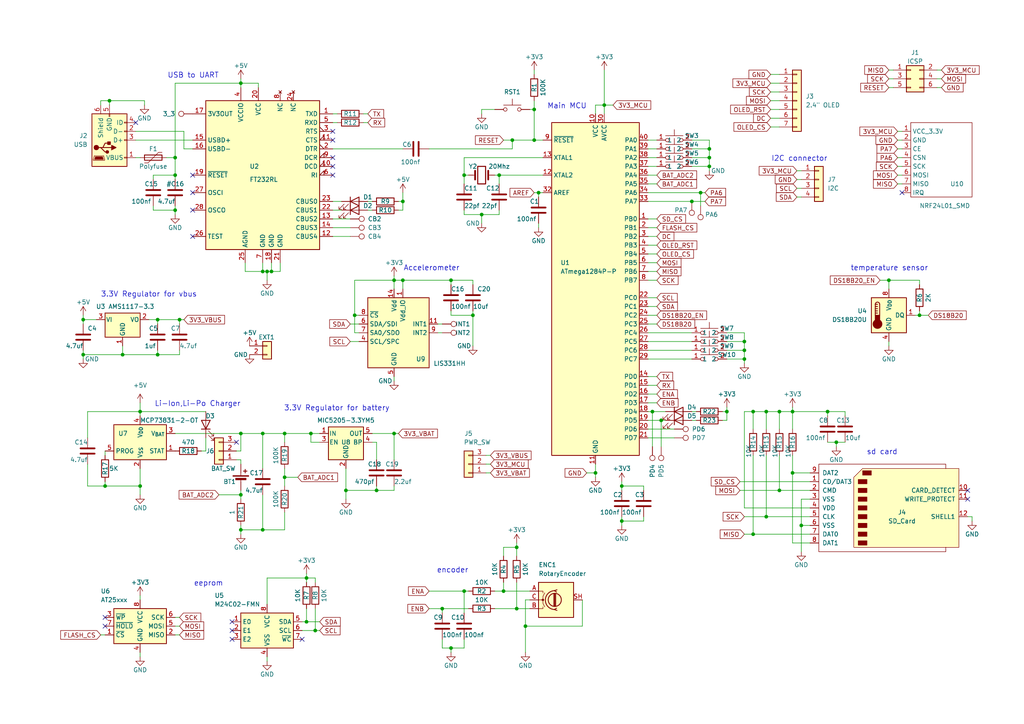
<source format=kicad_sch>
(kicad_sch (version 20230121) (generator eeschema)
  (paper "A4")
  (title_block (title "Ardumate") (date "2023-09-24") (rev "1.0"))
  (junction (at 205.74 48.26))
  (junction (at 35.56 102.87))
  (junction (at 30.48 140.97))
  (junction (at 200.66 58.42))
  (junction (at 148.59 40.64))
  (junction (at 180.34 151.13))
  (junction (at 205.74 45.72))
  (junction (at 102.87 91.44))
  (junction (at 90.17 125.73))
  (junction (at 189.23 119.38))
  (junction (at 149.86 158.75))
  (junction (at 226.06 119.38))
  (junction (at 69.85 24.13))
  (junction (at 52.07 92.71))
  (junction (at 76.2 153.67))
  (junction (at 88.9 180.34))
  (junction (at 40.64 140.97))
  (junction (at 24.13 92.71))
  (junction (at 78.74 78.74))
  (junction (at 226.06 142.24))
  (junction (at 222.25 149.86))
  (junction (at 116.84 81.28))
  (junction (at 175.26 30.48))
  (junction (at 215.9 101.6))
  (junction (at 134.62 50.8))
  (junction (at 69.85 143.51))
  (junction (at 229.87 137.16))
  (junction (at 156.21 55.88))
  (junction (at 116.84 58.42))
  (junction (at 172.72 137.16))
  (junction (at 146.05 171.45))
  (junction (at 88.9 167.64))
  (junction (at 50.8 60.96))
  (junction (at 154.94 40.64))
  (junction (at 45.72 92.71))
  (junction (at 191.77 121.92))
  (junction (at 50.8 45.72))
  (junction (at 210.82 119.38))
  (junction (at 50.8 50.8))
  (junction (at 152.4 181.61))
  (junction (at 76.2 125.73))
  (junction (at 69.85 153.67))
  (junction (at 205.74 43.18))
  (junction (at 149.86 176.53))
  (junction (at 266.7 91.44))
  (junction (at 130.81 187.96))
  (junction (at 154.94 31.75))
  (junction (at 76.2 78.74))
  (junction (at 257.81 81.28))
  (junction (at 242.57 128.27))
  (junction (at 114.3 125.73))
  (junction (at 91.44 182.88))
  (junction (at 24.13 102.87))
  (junction (at 218.44 119.38))
  (junction (at 144.78 50.8))
  (junction (at 82.55 125.73))
  (junction (at 222.25 119.38))
  (junction (at 130.81 81.28))
  (junction (at 240.03 119.38))
  (junction (at 134.62 171.45))
  (junction (at 45.72 102.87))
  (junction (at 139.7 62.23))
  (junction (at 109.22 142.24))
  (junction (at 215.9 99.06))
  (junction (at 218.44 154.94))
  (junction (at 31.75 29.21))
  (junction (at 229.87 119.38))
  (junction (at 128.27 176.53))
  (junction (at 69.85 125.73))
  (junction (at 40.64 119.38))
  (junction (at 114.3 81.28))
  (junction (at 203.2 55.88))
  (junction (at 82.55 138.43))
  (junction (at 137.16 91.44))
  (junction (at 77.47 78.74))
  (junction (at 215.9 104.14))
  (junction (at 180.34 140.97))
  (junction (at 232.41 152.4))
  (junction (at 100.33 142.24))
  (no_connect (at 96.52 45.72))
  (no_connect (at 68.58 128.27))
  (no_connect (at 280.67 144.78))
  (no_connect (at 39.37 35.56))
  (no_connect (at 67.31 180.34))
  (no_connect (at 96.52 48.26))
  (no_connect (at 30.48 179.07))
  (no_connect (at 96.52 40.64))
  (no_connect (at 55.88 60.96))
  (no_connect (at 55.88 50.8))
  (no_connect (at 280.67 142.24))
  (no_connect (at 261.62 55.88))
  (no_connect (at 30.48 181.61))
  (no_connect (at 87.63 185.42))
  (no_connect (at 55.88 68.58))
  (no_connect (at 96.52 50.8))
  (no_connect (at 67.31 182.88))
  (no_connect (at 67.31 185.42))
  (no_connect (at 55.88 55.88))
  (no_connect (at 96.52 38.1))
  (wire (pts (xy 109.22 142.24) (xy 114.3 142.24)))
  (wire (pts (xy 245.11 119.38) (xy 240.03 119.38)))
  (wire (pts (xy 104.14 96.52) (xy 102.87 96.52)))
  (wire (pts (xy 226.06 119.38) (xy 226.06 124.46)))
  (wire (pts (xy 210.82 104.14) (xy 215.9 104.14)))
  (wire (pts (xy 260.35 48.26) (xy 261.62 48.26)))
  (wire (pts (xy 156.21 57.15) (xy 156.21 55.88)))
  (wire (pts (xy 271.78 25.4) (xy 273.05 25.4)))
  (wire (pts (xy 255.27 81.28) (xy 257.81 81.28)))
  (wire (pts (xy 222.25 119.38) (xy 222.25 124.46)))
  (wire (pts (xy 50.8 45.72) (xy 50.8 50.8)))
  (wire (pts (xy 24.13 101.6) (xy 24.13 102.87)))
  (wire (pts (xy 29.21 29.21) (xy 31.75 29.21)))
  (wire (pts (xy 187.96 101.6) (xy 200.66 101.6)))
  (wire (pts (xy 69.85 22.86) (xy 69.85 24.13)))
  (wire (pts (xy 116.84 81.28) (xy 130.81 81.28)))
  (wire (pts (xy 69.85 133.35) (xy 69.85 134.62)))
  (wire (pts (xy 154.94 40.64) (xy 157.48 40.64)))
  (wire (pts (xy 127 93.98) (xy 128.27 93.98)))
  (wire (pts (xy 187.96 63.5) (xy 190.5 63.5)))
  (wire (pts (xy 96.52 43.18) (xy 116.84 43.18)))
  (wire (pts (xy 50.8 24.13) (xy 69.85 24.13)))
  (wire (pts (xy 260.35 43.18) (xy 261.62 43.18)))
  (wire (pts (xy 191.77 121.92) (xy 191.77 129.54)))
  (wire (pts (xy 175.26 30.48) (xy 177.8 30.48)))
  (wire (pts (xy 215.9 147.32) (xy 234.95 147.32)))
  (wire (pts (xy 187.96 76.2) (xy 190.5 76.2)))
  (wire (pts (xy 102.87 91.44) (xy 102.87 81.28)))
  (wire (pts (xy 130.81 91.44) (xy 137.16 91.44)))
  (wire (pts (xy 71.12 76.2) (xy 71.12 78.74)))
  (wire (pts (xy 187.96 50.8) (xy 190.5 50.8)))
  (wire (pts (xy 128.27 187.96) (xy 130.81 187.96)))
  (wire (pts (xy 229.87 137.16) (xy 229.87 157.48)))
  (wire (pts (xy 266.7 91.44) (xy 266.7 90.17)))
  (wire (pts (xy 69.85 152.4) (xy 69.85 153.67)))
  (wire (pts (xy 107.95 60.96) (xy 106.68 60.96)))
  (wire (pts (xy 116.84 83.82) (xy 116.84 81.28)))
  (wire (pts (xy 266.7 91.44) (xy 269.24 91.44)))
  (wire (pts (xy 114.3 125.73) (xy 107.95 125.73)))
  (wire (pts (xy 91.44 167.64) (xy 88.9 167.64)))
  (wire (pts (xy 77.47 167.64) (xy 88.9 167.64)))
  (wire (pts (xy 101.6 99.06) (xy 104.14 99.06)))
  (wire (pts (xy 104.14 91.44) (xy 102.87 91.44)))
  (wire (pts (xy 154.94 29.21) (xy 154.94 31.75)))
  (wire (pts (xy 91.44 182.88) (xy 92.71 182.88)))
  (wire (pts (xy 24.13 92.71) (xy 24.13 93.98)))
  (wire (pts (xy 148.59 43.18) (xy 148.59 40.64)))
  (wire (pts (xy 69.85 153.67) (xy 69.85 154.94)))
  (wire (pts (xy 24.13 91.44) (xy 24.13 92.71)))
  (wire (pts (xy 187.96 99.06) (xy 200.66 99.06)))
  (wire (pts (xy 189.23 119.38) (xy 189.23 129.54)))
  (wire (pts (xy 81.28 78.74) (xy 78.74 78.74)))
  (wire (pts (xy 266.7 82.55) (xy 266.7 81.28)))
  (wire (pts (xy 78.74 76.2) (xy 78.74 78.74)))
  (wire (pts (xy 39.37 45.72) (xy 40.64 45.72)))
  (wire (pts (xy 180.34 151.13) (xy 180.34 152.4)))
  (wire (pts (xy 43.18 92.71) (xy 45.72 92.71)))
  (wire (pts (xy 114.3 81.28) (xy 114.3 83.82)))
  (wire (pts (xy 240.03 128.27) (xy 242.57 128.27)))
  (wire (pts (xy 68.58 130.81) (xy 69.85 130.81)))
  (wire (pts (xy 187.96 43.18) (xy 190.5 43.18)))
  (wire (pts (xy 257.81 20.32) (xy 259.08 20.32)))
  (wire (pts (xy 231.14 52.07) (xy 232.41 52.07)))
  (wire (pts (xy 156.21 55.88) (xy 157.48 55.88)))
  (wire (pts (xy 203.2 55.88) (xy 203.2 59.69)))
  (wire (pts (xy 96.52 60.96) (xy 99.06 60.96)))
  (wire (pts (xy 180.34 151.13) (xy 186.69 151.13)))
  (wire (pts (xy 96.52 58.42) (xy 99.06 58.42)))
  (wire (pts (xy 102.87 81.28) (xy 114.3 81.28)))
  (wire (pts (xy 44.45 59.69) (xy 44.45 60.96)))
  (wire (pts (xy 187.96 68.58) (xy 190.5 68.58)))
  (wire (pts (xy 223.52 29.21) (xy 226.06 29.21)))
  (wire (pts (xy 215.9 99.06) (xy 215.9 101.6)))
  (wire (pts (xy 134.62 50.8) (xy 134.62 53.34)))
  (wire (pts (xy 242.57 128.27) (xy 242.57 129.54)))
  (wire (pts (xy 87.63 180.34) (xy 88.9 180.34)))
  (wire (pts (xy 180.34 149.86) (xy 180.34 151.13)))
  (wire (pts (xy 210.82 99.06) (xy 215.9 99.06)))
  (wire (pts (xy 215.9 101.6) (xy 215.9 104.14)))
  (wire (pts (xy 134.62 62.23) (xy 139.7 62.23)))
  (wire (pts (xy 187.96 45.72) (xy 190.5 45.72)))
  (wire (pts (xy 45.72 102.87) (xy 52.07 102.87)))
  (wire (pts (xy 187.96 58.42) (xy 200.66 58.42)))
  (wire (pts (xy 152.4 181.61) (xy 168.91 181.61)))
  (wire (pts (xy 187.96 71.12) (xy 190.5 71.12)))
  (wire (pts (xy 210.82 118.11) (xy 210.82 119.38)))
  (wire (pts (xy 124.46 171.45) (xy 134.62 171.45)))
  (wire (pts (xy 45.72 92.71) (xy 52.07 92.71)))
  (wire (pts (xy 186.69 140.97) (xy 186.69 142.24)))
  (wire (pts (xy 143.51 50.8) (xy 144.78 50.8)))
  (wire (pts (xy 45.72 92.71) (xy 45.72 93.98)))
  (wire (pts (xy 209.55 121.92) (xy 210.82 121.92)))
  (wire (pts (xy 229.87 118.11) (xy 229.87 119.38)))
  (wire (pts (xy 109.22 140.97) (xy 109.22 142.24)))
  (wire (pts (xy 195.58 124.46) (xy 187.96 124.46)))
  (wire (pts (xy 229.87 157.48) (xy 234.95 157.48)))
  (wire (pts (xy 24.13 102.87) (xy 24.13 104.14)))
  (wire (pts (xy 223.52 34.29) (xy 226.06 34.29)))
  (wire (pts (xy 130.81 187.96) (xy 130.81 189.23)))
  (wire (pts (xy 69.85 133.35) (xy 68.58 133.35)))
  (wire (pts (xy 205.74 40.64) (xy 205.74 43.18)))
  (wire (pts (xy 186.69 149.86) (xy 186.69 151.13)))
  (wire (pts (xy 149.86 161.29) (xy 149.86 158.75)))
  (wire (pts (xy 82.55 125.73) (xy 90.17 125.73)))
  (wire (pts (xy 69.85 142.24) (xy 69.85 143.51)))
  (wire (pts (xy 232.41 152.4) (xy 232.41 160.02)))
  (wire (pts (xy 187.96 73.66) (xy 190.5 73.66)))
  (wire (pts (xy 81.28 76.2) (xy 81.28 78.74)))
  (wire (pts (xy 215.9 119.38) (xy 218.44 119.38)))
  (wire (pts (xy 29.21 30.48) (xy 29.21 29.21)))
  (wire (pts (xy 115.57 60.96) (xy 116.84 60.96)))
  (wire (pts (xy 149.86 176.53) (xy 153.67 176.53)))
  (wire (pts (xy 88.9 167.64) (xy 88.9 168.91)))
  (wire (pts (xy 187.96 119.38) (xy 189.23 119.38)))
  (wire (pts (xy 170.18 137.16) (xy 172.72 137.16)))
  (wire (pts (xy 146.05 168.91) (xy 146.05 171.45)))
  (wire (pts (xy 223.52 24.13) (xy 226.06 24.13)))
  (wire (pts (xy 215.9 119.38) (xy 215.9 147.32)))
  (wire (pts (xy 146.05 158.75) (xy 146.05 161.29)))
  (wire (pts (xy 114.3 80.01) (xy 114.3 81.28)))
  (wire (pts (xy 114.3 140.97) (xy 114.3 142.24)))
  (wire (pts (xy 106.68 35.56) (xy 105.41 35.56)))
  (wire (pts (xy 231.14 54.61) (xy 232.41 54.61)))
  (wire (pts (xy 96.52 33.02) (xy 97.79 33.02)))
  (wire (pts (xy 130.81 187.96) (xy 134.62 187.96)))
  (wire (pts (xy 30.48 140.97) (xy 30.48 139.7)))
  (wire (pts (xy 257.81 99.06) (xy 257.81 100.33)))
  (wire (pts (xy 152.4 173.99) (xy 152.4 181.61)))
  (wire (pts (xy 41.91 30.48) (xy 41.91 29.21)))
  (wire (pts (xy 101.6 93.98) (xy 104.14 93.98)))
  (wire (pts (xy 187.96 78.74) (xy 190.5 78.74)))
  (wire (pts (xy 152.4 173.99) (xy 153.67 173.99)))
  (wire (pts (xy 128.27 176.53) (xy 135.89 176.53)))
  (wire (pts (xy 100.33 142.24) (xy 109.22 142.24)))
  (wire (pts (xy 114.3 125.73) (xy 115.57 125.73)))
  (wire (pts (xy 242.57 128.27) (xy 245.11 128.27)))
  (wire (pts (xy 232.41 144.78) (xy 232.41 152.4)))
  (wire (pts (xy 130.81 90.17) (xy 130.81 91.44)))
  (wire (pts (xy 187.96 53.34) (xy 190.5 53.34)))
  (wire (pts (xy 187.96 66.04) (xy 190.5 66.04)))
  (wire (pts (xy 105.41 33.02) (xy 106.68 33.02)))
  (wire (pts (xy 168.91 173.99) (xy 168.91 181.61)))
  (wire (pts (xy 124.46 176.53) (xy 128.27 176.53)))
  (wire (pts (xy 59.69 119.38) (xy 40.64 119.38)))
  (wire (pts (xy 218.44 119.38) (xy 222.25 119.38)))
  (wire (pts (xy 210.82 101.6) (xy 215.9 101.6)))
  (wire (pts (xy 87.63 182.88) (xy 91.44 182.88)))
  (wire (pts (xy 35.56 100.33) (xy 35.56 102.87)))
  (wire (pts (xy 128.27 185.42) (xy 128.27 187.96)))
  (wire (pts (xy 260.35 45.72) (xy 261.62 45.72)))
  (wire (pts (xy 50.8 24.13) (xy 50.8 45.72)))
  (wire (pts (xy 152.4 181.61) (xy 152.4 189.23)))
  (wire (pts (xy 229.87 119.38) (xy 229.87 124.46)))
  (wire (pts (xy 226.06 142.24) (xy 234.95 142.24)))
  (wire (pts (xy 222.25 132.08) (xy 222.25 149.86)))
  (wire (pts (xy 257.81 81.28) (xy 257.81 83.82)))
  (wire (pts (xy 189.23 119.38) (xy 193.04 119.38)))
  (wire (pts (xy 124.46 43.18) (xy 148.59 43.18)))
  (wire (pts (xy 180.34 139.7) (xy 180.34 140.97)))
  (wire (pts (xy 187.96 93.98) (xy 190.5 93.98)))
  (wire (pts (xy 77.47 190.5) (xy 77.47 191.77)))
  (wire (pts (xy 88.9 176.53) (xy 88.9 180.34)))
  (wire (pts (xy 90.17 125.73) (xy 92.71 125.73)))
  (wire (pts (xy 82.55 135.89) (xy 82.55 138.43)))
  (wire (pts (xy 218.44 119.38) (xy 218.44 124.46)))
  (wire (pts (xy 90.17 128.27) (xy 92.71 128.27)))
  (wire (pts (xy 175.26 20.32) (xy 175.26 30.48)))
  (wire (pts (xy 88.9 167.64) (xy 88.9 166.37)))
  (wire (pts (xy 218.44 132.08) (xy 218.44 154.94)))
  (wire (pts (xy 257.81 22.86) (xy 259.08 22.86)))
  (wire (pts (xy 222.25 119.38) (xy 226.06 119.38)))
  (wire (pts (xy 114.3 125.73) (xy 114.3 133.35)))
  (wire (pts (xy 260.35 38.1) (xy 261.62 38.1)))
  (wire (pts (xy 215.9 149.86) (xy 222.25 149.86)))
  (wire (pts (xy 50.8 125.73) (xy 69.85 125.73)))
  (wire (pts (xy 187.96 81.28) (xy 190.5 81.28)))
  (wire (pts (xy 69.85 24.13) (xy 74.93 24.13)))
  (wire (pts (xy 260.35 40.64) (xy 261.62 40.64)))
  (wire (pts (xy 240.03 120.65) (xy 240.03 119.38)))
  (wire (pts (xy 205.74 48.26) (xy 205.74 49.53)))
  (wire (pts (xy 210.82 119.38) (xy 209.55 119.38)))
  (wire (pts (xy 273.05 20.32) (xy 271.78 20.32)))
  (wire (pts (xy 40.64 140.97) (xy 40.64 143.51)))
  (wire (pts (xy 229.87 132.08) (xy 229.87 137.16)))
  (wire (pts (xy 130.81 82.55) (xy 130.81 81.28)))
  (wire (pts (xy 39.37 40.64) (xy 55.88 40.64)))
  (wire (pts (xy 260.35 50.8) (xy 261.62 50.8)))
  (wire (pts (xy 134.62 185.42) (xy 134.62 187.96)))
  (wire (pts (xy 281.94 149.86) (xy 281.94 151.13)))
  (wire (pts (xy 96.52 68.58) (xy 101.6 68.58)))
  (wire (pts (xy 187.96 114.3) (xy 190.5 114.3)))
  (wire (pts (xy 200.66 58.42) (xy 204.47 58.42)))
  (wire (pts (xy 50.8 50.8) (xy 50.8 52.07)))
  (wire (pts (xy 153.67 31.75) (xy 154.94 31.75)))
  (wire (pts (xy 134.62 171.45) (xy 134.62 177.8)))
  (wire (pts (xy 146.05 171.45) (xy 153.67 171.45)))
  (wire (pts (xy 134.62 60.96) (xy 134.62 62.23)))
  (wire (pts (xy 50.8 59.69) (xy 50.8 60.96)))
  (wire (pts (xy 69.85 125.73) (xy 76.2 125.73)))
  (wire (pts (xy 24.13 102.87) (xy 35.56 102.87)))
  (wire (pts (xy 41.91 29.21) (xy 31.75 29.21)))
  (wire (pts (xy 91.44 176.53) (xy 91.44 182.88)))
  (wire (pts (xy 29.21 184.15) (xy 30.48 184.15)))
  (wire (pts (xy 156.21 64.77) (xy 156.21 66.04)))
  (wire (pts (xy 240.03 119.38) (xy 229.87 119.38)))
  (wire (pts (xy 77.47 167.64) (xy 77.47 175.26)))
  (wire (pts (xy 215.9 104.14) (xy 215.9 105.41)))
  (wire (pts (xy 214.63 142.24) (xy 226.06 142.24)))
  (wire (pts (xy 50.8 181.61) (xy 52.07 181.61)))
  (wire (pts (xy 76.2 125.73) (xy 82.55 125.73)))
  (wire (pts (xy 187.96 55.88) (xy 203.2 55.88)))
  (wire (pts (xy 69.85 125.73) (xy 69.85 130.81)))
  (wire (pts (xy 114.3 109.22) (xy 114.3 110.49)))
  (wire (pts (xy 40.64 116.84) (xy 40.64 119.38)))
  (wire (pts (xy 44.45 60.96) (xy 50.8 60.96)))
  (wire (pts (xy 149.86 168.91) (xy 149.86 176.53)))
  (wire (pts (xy 187.96 104.14) (xy 200.66 104.14)))
  (wire (pts (xy 234.95 152.4) (xy 232.41 152.4)))
  (wire (pts (xy 172.72 30.48) (xy 172.72 33.02)))
  (wire (pts (xy 88.9 180.34) (xy 92.71 180.34)))
  (wire (pts (xy 96.52 63.5) (xy 101.6 63.5)))
  (wire (pts (xy 76.2 143.51) (xy 76.2 153.67)))
  (wire (pts (xy 134.62 50.8) (xy 135.89 50.8)))
  (wire (pts (xy 144.78 50.8) (xy 157.48 50.8)))
  (wire (pts (xy 231.14 57.15) (xy 232.41 57.15)))
  (wire (pts (xy 128.27 176.53) (xy 128.27 177.8)))
  (wire (pts (xy 69.85 24.13) (xy 69.85 25.4)))
  (wire (pts (xy 200.66 45.72) (xy 205.74 45.72)))
  (wire (pts (xy 139.7 62.23) (xy 144.78 62.23)))
  (wire (pts (xy 40.64 189.23) (xy 40.64 190.5)))
  (wire (pts (xy 50.8 60.96) (xy 50.8 62.23)))
  (wire (pts (xy 172.72 30.48) (xy 175.26 30.48)))
  (wire (pts (xy 265.43 91.44) (xy 266.7 91.44)))
  (wire (pts (xy 187.96 96.52) (xy 200.66 96.52)))
  (wire (pts (xy 82.55 128.27) (xy 82.55 125.73)))
  (wire (pts (xy 24.13 92.71) (xy 27.94 92.71)))
  (wire (pts (xy 76.2 153.67) (xy 82.55 153.67)))
  (wire (pts (xy 74.93 25.4) (xy 74.93 24.13)))
  (wire (pts (xy 100.33 135.89) (xy 100.33 142.24)))
  (wire (pts (xy 52.07 92.71) (xy 53.34 92.71)))
  (wire (pts (xy 100.33 142.24) (xy 100.33 144.78)))
  (wire (pts (xy 40.64 135.89) (xy 40.64 140.97)))
  (wire (pts (xy 137.16 91.44) (xy 137.16 100.33)))
  (wire (pts (xy 25.4 127) (xy 25.4 119.38)))
  (wire (pts (xy 200.66 43.18) (xy 205.74 43.18)))
  (wire (pts (xy 76.2 76.2) (xy 76.2 78.74)))
  (wire (pts (xy 201.93 119.38) (xy 200.66 119.38)))
  (wire (pts (xy 82.55 148.59) (xy 82.55 153.67)))
  (wire (pts (xy 30.48 140.97) (xy 40.64 140.97)))
  (wire (pts (xy 53.34 43.18) (xy 55.88 43.18)))
  (wire (pts (xy 148.59 40.64) (xy 154.94 40.64)))
  (wire (pts (xy 48.26 45.72) (xy 50.8 45.72)))
  (wire (pts (xy 195.58 127) (xy 187.96 127)))
  (wire (pts (xy 146.05 158.75) (xy 149.86 158.75)))
  (wire (pts (xy 137.16 91.44) (xy 137.16 90.17)))
  (wire (pts (xy 154.94 55.88) (xy 156.21 55.88)))
  (wire (pts (xy 223.52 36.83) (xy 226.06 36.83)))
  (wire (pts (xy 187.96 116.84) (xy 190.5 116.84)))
  (wire (pts (xy 257.81 81.28) (xy 266.7 81.28)))
  (wire (pts (xy 144.78 53.34) (xy 144.78 50.8)))
  (wire (pts (xy 187.96 111.76) (xy 190.5 111.76)))
  (wire (pts (xy 180.34 140.97) (xy 180.34 142.24)))
  (wire (pts (xy 226.06 132.08) (xy 226.06 142.24)))
  (wire (pts (xy 90.17 125.73) (xy 90.17 128.27)))
  (wire (pts (xy 215.9 154.94) (xy 218.44 154.94)))
  (wire (pts (xy 143.51 176.53) (xy 149.86 176.53)))
  (wire (pts (xy 69.85 144.78) (xy 69.85 143.51)))
  (wire (pts (xy 102.87 91.44) (xy 102.87 96.52)))
  (wire (pts (xy 139.7 62.23) (xy 139.7 64.77)))
  (wire (pts (xy 39.37 38.1) (xy 53.34 38.1)))
  (wire (pts (xy 77.47 78.74) (xy 78.74 78.74)))
  (wire (pts (xy 187.96 40.64) (xy 190.5 40.64)))
  (wire (pts (xy 260.35 53.34) (xy 261.62 53.34)))
  (wire (pts (xy 69.85 153.67) (xy 76.2 153.67)))
  (wire (pts (xy 187.96 91.44) (xy 190.5 91.44)))
  (wire (pts (xy 77.47 78.74) (xy 77.47 81.28)))
  (wire (pts (xy 91.44 167.64) (xy 91.44 168.91)))
  (wire (pts (xy 25.4 134.62) (xy 25.4 140.97)))
  (wire (pts (xy 40.64 119.38) (xy 40.64 120.65)))
  (wire (pts (xy 107.95 128.27) (xy 109.22 128.27)))
  (wire (pts (xy 201.93 121.92) (xy 200.66 121.92)))
  (wire (pts (xy 172.72 137.16) (xy 172.72 138.43)))
  (wire (pts (xy 59.69 130.81) (xy 58.42 130.81)))
  (wire (pts (xy 45.72 101.6) (xy 45.72 102.87)))
  (wire (pts (xy 137.16 81.28) (xy 130.81 81.28)))
  (wire (pts (xy 116.84 55.88) (xy 116.84 58.42)))
  (wire (pts (xy 234.95 144.78) (xy 232.41 144.78)))
  (wire (pts (xy 222.25 149.86) (xy 234.95 149.86)))
  (wire (pts (xy 187.96 86.36) (xy 190.5 86.36)))
  (wire (pts (xy 175.26 30.48) (xy 175.26 33.02)))
  (wire (pts (xy 187.96 88.9) (xy 190.5 88.9)))
  (wire (pts (xy 52.07 101.6) (xy 52.07 102.87)))
  (wire (pts (xy 143.51 171.45) (xy 146.05 171.45)))
  (wire (pts (xy 146.05 40.64) (xy 148.59 40.64)))
  (wire (pts (xy 139.7 33.02) (xy 139.7 31.75)))
  (wire (pts (xy 187.96 109.22) (xy 190.5 109.22)))
  (wire (pts (xy 205.74 43.18) (xy 205.74 45.72)))
  (wire (pts (xy 96.52 35.56) (xy 97.79 35.56)))
  (wire (pts (xy 144.78 62.23) (xy 144.78 60.96)))
  (wire (pts (xy 210.82 96.52) (xy 215.9 96.52)))
  (wire (pts (xy 115.57 58.42) (xy 116.84 58.42)))
  (wire (pts (xy 63.5 143.51) (xy 69.85 143.51)))
  (wire (pts (xy 215.9 96.52) (xy 215.9 99.06)))
  (wire (pts (xy 134.62 45.72) (xy 157.48 45.72)))
  (wire (pts (xy 40.64 172.72) (xy 40.64 173.99)))
  (wire (pts (xy 53.34 38.1) (xy 53.34 43.18)))
  (wire (pts (xy 50.8 179.07) (xy 52.07 179.07)))
  (wire (pts (xy 134.62 45.72) (xy 134.62 50.8)))
  (wire (pts (xy 234.95 137.16) (xy 229.87 137.16)))
  (wire (pts (xy 52.07 92.71) (xy 52.07 93.98)))
  (wire (pts (xy 44.45 50.8) (xy 50.8 50.8)))
  (wire (pts (xy 109.22 133.35) (xy 109.22 128.27)))
  (wire (pts (xy 134.62 171.45) (xy 135.89 171.45)))
  (wire (pts (xy 96.52 66.04) (xy 101.6 66.04)))
  (wire (pts (xy 223.52 26.67) (xy 226.06 26.67)))
  (wire (pts (xy 214.63 139.7) (xy 234.95 139.7)))
  (wire (pts (xy 191.77 121.92) (xy 193.04 121.92)))
  (wire (pts (xy 82.55 138.43) (xy 86.36 138.43)))
  (wire (pts (xy 127 96.52) (xy 128.27 96.52)))
  (wire (pts (xy 142.24 132.08) (xy 140.97 132.08)))
  (wire (pts (xy 82.55 140.97) (xy 82.55 138.43)))
  (wire (pts (xy 187.96 48.26) (xy 190.5 48.26)))
  (wire (pts (xy 231.14 49.53) (xy 232.41 49.53)))
  (wire (pts (xy 139.7 31.75) (xy 143.51 31.75)))
  (wire (pts (xy 218.44 154.94) (xy 234.95 154.94)))
  (wire (pts (xy 223.52 31.75) (xy 226.06 31.75)))
  (wire (pts (xy 205.74 45.72) (xy 205.74 48.26)))
  (wire (pts (xy 257.81 25.4) (xy 259.08 25.4)))
  (wire (pts (xy 116.84 60.96) (xy 116.84 58.42)))
  (wire (pts (xy 200.66 40.64) (xy 205.74 40.64)))
  (wire (pts (xy 281.94 149.86) (xy 280.67 149.86)))
  (wire (pts (xy 180.34 140.97) (xy 186.69 140.97)))
  (wire (pts (xy 71.12 78.74) (xy 76.2 78.74)))
  (wire (pts (xy 76.2 125.73) (xy 76.2 135.89)))
  (wire (pts (xy 172.72 134.62) (xy 172.72 137.16)))
  (wire (pts (xy 142.24 137.16) (xy 140.97 137.16)))
  (wire (pts (xy 226.06 119.38) (xy 229.87 119.38)))
  (wire (pts (xy 31.75 29.21) (xy 31.75 30.48)))
  (wire (pts (xy 35.56 102.87) (xy 45.72 102.87)))
  (wire (pts (xy 223.52 21.59) (xy 226.06 21.59)))
  (wire (pts (xy 154.94 20.32) (xy 154.94 21.59)))
  (wire (pts (xy 154.94 31.75) (xy 154.94 40.64)))
  (wire (pts (xy 107.95 58.42) (xy 106.68 58.42)))
  (wire (pts (xy 137.16 82.55) (xy 137.16 81.28)))
  (wire (pts (xy 25.4 119.38) (xy 40.64 119.38)))
  (wire (pts (xy 200.66 48.26) (xy 205.74 48.26)))
  (wire (pts (xy 245.11 120.65) (xy 245.11 119.38)))
  (wire (pts (xy 50.8 184.15) (xy 52.07 184.15)))
  (wire (pts (xy 149.86 157.48) (xy 149.86 158.75)))
  (wire (pts (xy 76.2 78.74) (xy 77.47 78.74)))
  (wire (pts (xy 271.78 22.86) (xy 273.05 22.86)))
  (wire (pts (xy 203.2 55.88) (xy 204.47 55.88)))
  (wire (pts (xy 59.69 127) (xy 59.69 130.81)))
  (wire (pts (xy 210.82 121.92) (xy 210.82 119.38)))
  (wire (pts (xy 25.4 140.97) (xy 30.48 140.97)))
  (wire (pts (xy 142.24 134.62) (xy 140.97 134.62)))
  (wire (pts (xy 44.45 52.07) (xy 44.45 50.8)))
  (wire (pts (xy 116.84 81.28) (xy 114.3 81.28)))
  (wire (pts (xy 187.96 121.92) (xy 191.77 121.92)))
  (wire (pts (xy 30.48 132.08) (xy 30.48 130.81)))
  (text "Main MCU\n" (at 170.18 31.75 0) (effects (font (size 1.524 1.524)) (justify right bottom)))
  (text "3.3V Regulator for vbus" (at 57.15 86.36 0) (effects (font (size 1.524 1.524)) (justify right bottom)))
  (text "temperature sensor" (at 269.24 78.74 0) (effects (font (size 1.524 1.524)) (justify right bottom)))
  (text "Li-Ion,Li-Po Charger" (at 69.85 118.11 0) (effects (font (size 1.524 1.524)) (justify right bottom)))
  (text "Accelerometer" (at 133.35 78.74 0) (effects (font (size 1.524 1.524)) (justify right bottom)))
  (text "3.3V Regulator for battery" (at 113.03 119.38 0) (effects (font (size 1.524 1.524)) (justify right bottom)))
  (text "encoder" (at 135.89 166.37 0) (effects (font (size 1.524 1.524)) (justify right bottom)))
  (text "USB to UART" (at 63.5 22.86 0) (effects (font (size 1.524 1.524)) (justify right bottom)))
  (text "I2C connector" (at 240.03 46.99 0) (effects (font (size 1.524 1.524)) (justify right bottom)))
  (text "eeprom" (at 64.77 170.18 0) (effects (font (size 1.524 1.524)) (justify right bottom)))
  (text "sd card" (at 260.35 132.08 0) (effects (font (size 1.524 1.524)) (justify right bottom)))
  (global_label "MISO" (shape input) (at 257.81 20.32 180) (property "Intersheetrefs" "${INTERSHEET_REFS}" (effects hide)))
  (global_label "SCL" (shape input) (at 190.5 86.36 0) (property "Intersheetrefs" "${INTERSHEET_REFS}" (effects hide)))
  (global_label "SCK" (shape input) (at 190.5 81.28 0) (property "Intersheetrefs" "${INTERSHEET_REFS}" (effects hide)))
  (global_label "SCL" (shape input) (at 92.71 182.88 0) (property "Intersheetrefs" "${INTERSHEET_REFS}" (effects hide)))
  (global_label "ENA" (shape input) (at 124.46 171.45 180) (property "Intersheetrefs" "${INTERSHEET_REFS}" (effects hide)))
  (global_label "MOSI" (shape input) (at 190.5 76.2 0) (property "Intersheetrefs" "${INTERSHEET_REFS}" (effects hide)))
  (global_label "DS18B20_EN" (shape input) (at 255.27 81.28 180) (property "Intersheetrefs" "${INTERSHEET_REFS}" (effects hide)))
  (global_label "GND" (shape input) (at 273.05 25.4 0) (property "Intersheetrefs" "${INTERSHEET_REFS}" (effects hide)))
  (global_label "SCK" (shape input) (at 260.35 48.26 180) (property "Intersheetrefs" "${INTERSHEET_REFS}" (effects hide)))
  (global_label "FLASH_CS" (shape input) (at 29.21 184.15 180) (property "Intersheetrefs" "${INTERSHEET_REFS}" (effects hide)))
  (global_label "RESET" (shape input) (at 257.81 25.4 180) (property "Intersheetrefs" "${INTERSHEET_REFS}" (effects hide)))
  (global_label "SDA" (shape input) (at 190.5 88.9 0) (property "Intersheetrefs" "${INTERSHEET_REFS}" (effects hide)))
  (global_label "SD_CS" (shape input) (at 214.63 139.7 180) (property "Intersheetrefs" "${INTERSHEET_REFS}" (effects hide)))
  (global_label "BAT_ADC1" (shape input) (at 86.36 138.43 0) (property "Intersheetrefs" "${INTERSHEET_REFS}" (effects hide)))
  (global_label "SCK" (shape input) (at 257.81 22.86 180) (property "Intersheetrefs" "${INTERSHEET_REFS}" (effects hide)))
  (global_label "SCK" (shape input) (at 223.52 26.67 180) (property "Intersheetrefs" "${INTERSHEET_REFS}" (effects hide)))
  (global_label "MOSI" (shape input) (at 273.05 22.86 0) (property "Intersheetrefs" "${INTERSHEET_REFS}" (effects hide)))
  (global_label "PA6" (shape input) (at 204.47 55.88 0) (property "Intersheetrefs" "${INTERSHEET_REFS}" (effects hide)))
  (global_label "3V3_MCU" (shape input) (at 223.52 24.13 180) (property "Intersheetrefs" "${INTERSHEET_REFS}" (effects hide)))
  (global_label "OLED_RST" (shape input) (at 223.52 31.75 180) (property "Intersheetrefs" "${INTERSHEET_REFS}" (effects hide)))
  (global_label "ENB" (shape input) (at 190.5 116.84 0) (property "Intersheetrefs" "${INTERSHEET_REFS}" (effects hide)))
  (global_label "DS18B20" (shape input) (at 269.24 91.44 0) (property "Intersheetrefs" "${INTERSHEET_REFS}" (effects hide)))
  (global_label "ENB" (shape input) (at 124.46 176.53 180) (property "Intersheetrefs" "${INTERSHEET_REFS}" (effects hide)))
  (global_label "DC" (shape input) (at 190.5 68.58 0) (property "Intersheetrefs" "${INTERSHEET_REFS}" (effects hide)))
  (global_label "SD_CS" (shape input) (at 190.5 63.5 0) (property "Intersheetrefs" "${INTERSHEET_REFS}" (effects hide)))
  (global_label "3V3_VBUS" (shape input) (at 142.24 132.08 0) (property "Intersheetrefs" "${INTERSHEET_REFS}" (effects hide)))
  (global_label "DC" (shape input) (at 223.52 34.29 180) (property "Intersheetrefs" "${INTERSHEET_REFS}" (effects hide)))
  (global_label "SDA" (shape input) (at 231.14 57.15 180) (property "Intersheetrefs" "${INTERSHEET_REFS}" (effects hide)))
  (global_label "GND" (shape input) (at 231.14 52.07 180) (property "Intersheetrefs" "${INTERSHEET_REFS}" (effects hide)))
  (global_label "BAT_ADC1" (shape input) (at 190.5 53.34 0) (property "Intersheetrefs" "${INTERSHEET_REFS}" (effects hide)))
  (global_label "SDA" (shape input) (at 92.71 180.34 0) (property "Intersheetrefs" "${INTERSHEET_REFS}" (effects hide)))
  (global_label "SCL" (shape input) (at 101.6 99.06 180) (property "Intersheetrefs" "${INTERSHEET_REFS}" (effects hide)))
  (global_label "SCK" (shape input) (at 52.07 179.07 0) (property "Intersheetrefs" "${INTERSHEET_REFS}" (effects hide)))
  (global_label "MOSI" (shape input) (at 52.07 181.61 0) (property "Intersheetrefs" "${INTERSHEET_REFS}" (effects hide)))
  (global_label "3V3_MCU" (shape input) (at 260.35 38.1 180) (property "Intersheetrefs" "${INTERSHEET_REFS}" (effects hide)))
  (global_label "3V3_VBAT" (shape input) (at 142.24 137.16 0) (property "Intersheetrefs" "${INTERSHEET_REFS}" (effects hide)))
  (global_label "OLED_CS" (shape input) (at 223.52 36.83 180) (property "Intersheetrefs" "${INTERSHEET_REFS}" (effects hide)))
  (global_label "GND" (shape input) (at 223.52 21.59 180) (property "Intersheetrefs" "${INTERSHEET_REFS}" (effects hide)))
  (global_label "MOSI" (shape input) (at 260.35 50.8 180) (property "Intersheetrefs" "${INTERSHEET_REFS}" (effects hide)))
  (global_label "PA7" (shape input) (at 260.35 43.18 180) (property "Intersheetrefs" "${INTERSHEET_REFS}" (effects hide)))
  (global_label "TX" (shape input) (at 106.68 33.02 0) (property "Intersheetrefs" "${INTERSHEET_REFS}" (effects hide)))
  (global_label "ENA" (shape input) (at 190.5 114.3 0) (property "Intersheetrefs" "${INTERSHEET_REFS}" (effects hide)))
  (global_label "MISO" (shape input) (at 215.9 154.94 180) (property "Intersheetrefs" "${INTERSHEET_REFS}" (effects hide)))
  (global_label "3V3_MCU" (shape input) (at 142.24 134.62 0) (property "Intersheetrefs" "${INTERSHEET_REFS}" (effects hide)))
  (global_label "RX" (shape input) (at 106.68 35.56 0) (property "Intersheetrefs" "${INTERSHEET_REFS}" (effects hide)))
  (global_label "3V3_VBAT" (shape input) (at 115.57 125.73 0) (property "Intersheetrefs" "${INTERSHEET_REFS}" (effects hide)))
  (global_label "3V3_MCU" (shape input) (at 273.05 20.32 0) (property "Intersheetrefs" "${INTERSHEET_REFS}" (effects hide)))
  (global_label "BAT_ADC2" (shape input) (at 63.5 143.51 180) (property "Intersheetrefs" "${INTERSHEET_REFS}" (effects hide)))
  (global_label "SCL" (shape input) (at 231.14 54.61 180) (property "Intersheetrefs" "${INTERSHEET_REFS}" (effects hide)))
  (global_label "MISO" (shape input) (at 190.5 78.74 0) (property "Intersheetrefs" "${INTERSHEET_REFS}" (effects hide)))
  (global_label "PA6" (shape input) (at 260.35 45.72 180) (property "Intersheetrefs" "${INTERSHEET_REFS}" (effects hide)))
  (global_label "MISO" (shape input) (at 52.07 184.15 0) (property "Intersheetrefs" "${INTERSHEET_REFS}" (effects hide)))
  (global_label "SDA" (shape input) (at 101.6 93.98 180) (property "Intersheetrefs" "${INTERSHEET_REFS}" (effects hide)))
  (global_label "FLASH_CS" (shape input) (at 190.5 66.04 0) (property "Intersheetrefs" "${INTERSHEET_REFS}" (effects hide)))
  (global_label "DS18B20_EN" (shape input) (at 190.5 91.44 0) (property "Intersheetrefs" "${INTERSHEET_REFS}" (effects hide)))
  (global_label "MOSI" (shape input) (at 214.63 142.24 180) (property "Intersheetrefs" "${INTERSHEET_REFS}" (effects hide)))
  (global_label "DS18B20" (shape input) (at 190.5 93.98 0) (property "Intersheetrefs" "${INTERSHEET_REFS}" (effects hide)))
  (global_label "RESET" (shape input) (at 146.05 40.64 180) (property "Intersheetrefs" "${INTERSHEET_REFS}" (effects hide)))
  (global_label "3V3_MCU" (shape input) (at 177.8 30.48 0) (property "Intersheetrefs" "${INTERSHEET_REFS}" (effects hide)))
  (global_label "3V3_MCU" (shape input) (at 231.14 49.53 180) (property "Intersheetrefs" "${INTERSHEET_REFS}" (effects hide)))
  (global_label "OLED_RST" (shape input) (at 190.5 71.12 0) (property "Intersheetrefs" "${INTERSHEET_REFS}" (effects hide)))
  (global_label "GND" (shape input) (at 170.18 137.16 180) (property "Intersheetrefs" "${INTERSHEET_REFS}" (effects hide)))
  (global_label "MISO" (shape input) (at 260.35 53.34 180) (property "Intersheetrefs" "${INTERSHEET_REFS}" (effects hide)))
  (global_label "SCK" (shape input) (at 215.9 149.86 180) (property "Intersheetrefs" "${INTERSHEET_REFS}" (effects hide)))
  (global_label "3V3_VBUS" (shape input) (at 53.34 92.71 0) (property "Intersheetrefs" "${INTERSHEET_REFS}" (effects hide)))
  (global_label "OLED_CS" (shape input) (at 190.5 73.66 0) (property "Intersheetrefs" "${INTERSHEET_REFS}" (effects hide)))
  (global_label "BAT_ADC2" (shape input) (at 190.5 50.8 0) (property "Intersheetrefs" "${INTERSHEET_REFS}" (effects hide)))
  (global_label "TX" (shape input) (at 190.5 109.22 0) (property "Intersheetrefs" "${INTERSHEET_REFS}" (effects hide)))
  (global_label "GND" (shape input) (at 260.35 40.64 180) (property "Intersheetrefs" "${INTERSHEET_REFS}" (effects hide)))
  (global_label "MOSI" (shape input) (at 223.52 29.21 180) (property "Intersheetrefs" "${INTERSHEET_REFS}" (effects hide)))
  (global_label "AREF" (shape input) (at 154.94 55.88 180) (property "Intersheetrefs" "${INTERSHEET_REFS}" (effects hide)))
  (global_label "PA7" (shape input) (at 204.47 58.42 0) (property "Intersheetrefs" "${INTERSHEET_REFS}" (effects hide)))
  (global_label "RX" (shape input) (at 190.5 111.76 0) (property "Intersheetrefs" "${INTERSHEET_REFS}" (effects hide)))
  (symbol (lib_id "Connector:TestPoint") (at 195.58 124.46 270) (unit 1)
    (property "Reference" "PD6" (at 200.66 124.46 90) (effects (justify left)))
    (property "Value" "TestPoint" (effects hide))
    (property "Footprint" "TestPoint:TestPoint_THTPad_D1.5mm_Drill0.7mm" (effects hide))
  )
  (symbol (lib_id "power:GND") (at 257.81 100.33 0) (mirror y) (unit 1)
    (property "Reference" "#PWR026" (effects hide))
    (property "Value" "GND" (at 257.81 104.14 0))
  )
  (symbol (lib_id "Device:LED") (at 102.87 60.96 0) (unit 1)
    (property "Reference" "D2" (at 106.68 59.69 0))
    (property "Value" "LED" (effects hide))
    (property "Footprint" "LED_SMD:LED_0603_1608Metric_Pad1.05x0.95mm_HandSolder" (effects hide))
  )
  (symbol (lib_id "Device:C") (at 45.72 97.79 0) (unit 1)
    (property "Reference" "C5" (at 43.18 95.25 0) (effects (justify left)))
    (property "Value" "1uf" (at 41.91 100.33 0) (effects (justify left)))
    (property "Footprint" "Capacitor_SMD:C_0603_1608Metric_Pad1.08x0.95mm_HandSolder" (effects hide))
  )
  (symbol (lib_id "Device:R") (at 101.6 35.56 90) (mirror x) (unit 1)
    (property "Reference" "R12" (at 101.6 35.56 90))
    (property "Value" "500R" (effects hide))
    (property "Footprint" "Resistor_SMD:R_0603_1608Metric_Pad0.98x0.95mm_HandSolder" (effects hide))
  )
  (symbol (lib_id "Connector:TestPoint") (at 195.58 127 270) (unit 1)
    (property "Reference" "PD7" (at 200.66 127 90) (effects (justify left)))
    (property "Value" "TestPoint" (effects hide))
    (property "Footprint" "TestPoint:TestPoint_THTPad_D1.5mm_Drill0.7mm" (effects hide))
  )
  (symbol (lib_id "Battery_Management:MCP73831-2-OT") (at 40.64 128.27 0) (unit 1)
    (property "Reference" "U7" (at 34.29 125.73 0) (effects (justify left)))
    (property "Value" "MCP73831-2-OT" (at 40.64 121.92 0) (effects (justify left)))
    (property "Footprint" "Package_TO_SOT_SMD:SOT-23-5" (effects hide))
    (property "Datasheet" "http://ww1.microchip.com/downloads/en/DeviceDoc/20001984g.pdf" (effects hide))
  )
  (symbol (lib_id "Device:LED") (at 59.69 123.19 90) (unit 1)
    (property "Reference" "D3" (at 60.96 120.65 90))
    (property "Value" "LED" (effects hide))
    (property "Footprint" "LED_SMD:LED_0603_1608Metric_Pad1.05x0.95mm_HandSolder" (effects hide))
  )
  (symbol (lib_id "power:GND") (at 100.33 144.78 0) (unit 1)
    (property "Reference" "#PWR013" (effects hide))
    (property "Value" "GND" (at 100.33 148.59 0))
  )
  (symbol (lib_id "power:+5V") (at 24.13 91.44 0) (mirror y) (unit 1)
    (property "Reference" "#PWR01" (effects hide))
    (property "Value" "+5V" (at 24.13 87.63 0))
  )
  (symbol (lib_id "Connector_Generic:Conn_01x02") (at 77.47 100.33 0) (unit 1)
    (property "Reference" "EXT1" (at 74.93 97.79 0) (effects (justify left)))
    (property "Value" "Battery_Cell" (effects hide))
    (property "Footprint" "Connector_PinHeader_2.54mm:PinHeader_1x02_P2.54mm_Vertical" (effects hide))
  )
  (symbol (lib_id "power:GND") (at 130.81 189.23 0) (unit 1)
    (property "Reference" "#PWR016" (effects hide))
    (property "Value" "GND" (at 130.81 193.04 0))
  )
  (symbol (lib_id "Connector:TestPoint") (at 101.6 66.04 270) (unit 1)
    (property "Reference" "CB3" (at 106.68 66.04 90) (effects (justify left)))
    (property "Value" "TestPoint" (effects hide))
    (property "Footprint" "TestPoint:TestPoint_Pad_D1.5mm" (effects hide))
  )
  (symbol (lib_id "Device:C") (at 50.8 55.88 0) (unit 1)
    (property "Reference" "#C16" (at 48.26 53.34 0) (effects (justify left)))
    (property "Value" "4.7uf" (at 45.72 58.42 0) (effects (justify left)))
    (property "Footprint" "Capacitor_SMD:C_1206_3216Metric_Pad1.33x1.80mm_HandSolder" (effects hide))
  )
  (symbol (lib_id "Device:R") (at 111.76 58.42 90) (mirror x) (unit 1)
    (property "Reference" "R9" (at 111.76 58.42 90))
    (property "Value" "500R" (effects hide))
    (property "Footprint" "Resistor_SMD:R_0603_1608Metric_Pad0.98x0.95mm_HandSolder" (effects hide))
  )
  (symbol (lib_id "Device:Polyfuse") (at 44.45 45.72 90) (unit 1)
    (property "Reference" "F1" (at 44.45 43.18 90))
    (property "Value" "Polyfuse" (at 44.45 48.26 90))
    (property "Footprint" "Fuse:Fuse_1206_3216Metric" (effects hide))
  )
  (symbol (lib_id "Device:R") (at 139.7 171.45 90) (mirror x) (unit 1)
    (property "Reference" "R2" (at 139.7 171.45 90))
    (property "Value" "10K" (at 139.7 168.91 90))
    (property "Footprint" "Resistor_SMD:R_0603_1608Metric_Pad0.98x0.95mm_HandSolder" (effects hide))
  )
  (symbol (lib_id "Connector:TestPoint") (at 191.77 129.54 180) (unit 1)
    (property "Reference" "PD5" (at 191.77 134.62 90) (effects (justify left)))
    (property "Value" "TestPoint" (effects hide))
    (property "Footprint" "TestPoint:TestPoint_THTPad_D1.5mm_Drill0.7mm" (effects hide))
  )
  (symbol (lib_id "Connector:USB_B_Micro") (at 31.75 40.64 0) (mirror x) (unit 1)
    (property "Reference" "J2" (at 25.4 39.37 0) (effects (justify right)))
    (property "Value" "USB" (at 25.4 41.91 0) (effects (justify right)))
    (property "Footprint" "Connector_USB:USB_Micro-B_Wuerth_629105150521" (effects hide))
  )
  (symbol (lib_id "Device:R") (at 91.44 172.72 0) (mirror y) (unit 1)
    (property "Reference" "R8" (at 91.44 172.72 90))
    (property "Value" "10K" (at 93.98 172.72 90))
    (property "Footprint" "Resistor_SMD:R_0603_1608Metric_Pad0.98x0.95mm_HandSolder" (effects hide))
  )
  (symbol (lib_id "Device:R") (at 82.55 144.78 0) (mirror y) (unit 1)
    (property "Reference" "R20" (at 82.55 144.78 90))
    (property "Value" "100K" (at 80.01 144.78 90))
    (property "Footprint" "Resistor_SMD:R_0603_1608Metric_Pad0.98x0.95mm_HandSolder" (effects hide))
  )
  (symbol (lib_id "Device:R") (at 101.6 33.02 90) (mirror x) (unit 1)
    (property "Reference" "R11" (at 101.6 33.02 90))
    (property "Value" "500R" (effects hide))
    (property "Footprint" "Resistor_SMD:R_0603_1608Metric_Pad0.98x0.95mm_HandSolder" (effects hide))
  )
  (symbol (lib_id "Device:C") (at 114.3 137.16 0) (unit 1)
    (property "Reference" "C19" (at 111.76 134.62 0) (effects (justify left)))
    (property "Value" "2.2uf" (at 114.3 139.7 0) (effects (justify left)))
    (property "Footprint" "Capacitor_SMD:C_1206_3216Metric_Pad1.33x1.80mm_HandSolder" (effects hide))
  )
  (symbol (lib_id "Device:LED") (at 196.85 119.38 0) (unit 1)
    (property "Reference" "D4" (at 200.66 118.11 0))
    (property "Value" "LED" (effects hide))
    (property "Footprint" "LED_SMD:LED_0603_1608Metric_Pad1.05x0.95mm_HandSolder" (effects hide))
  )
  (symbol (lib_id "power:GND") (at 40.64 143.51 0) (unit 1)
    (property "Reference" "#PWR038" (effects hide))
    (property "Value" "GND" (at 40.64 147.32 0))
  )
  (symbol (lib_id "power:+3V3") (at 114.3 80.01 0) (unit 1)
    (property "Reference" "#PWR041" (effects hide))
    (property "Value" "+3V3" (at 114.3 76.2 0))
  )
  (symbol (lib_id "Connector:TestPoint") (at 55.88 33.02 90) (unit 1)
    (property "Reference" "3_3" (at 50.8 33.02 90) (effects (justify left)))
    (property "Value" "TestPoint" (effects hide))
    (property "Footprint" "TestPoint:TestPoint_Pad_D1.5mm" (effects hide))
  )
  (symbol (lib_id "Switch:SW_Push") (at 148.59 31.75 0) (unit 1)
    (property "Reference" "RST1" (at 148.59 26.67 0))
    (property "Value" "SW_Push" (effects hide))
    (property "Footprint" "Button_Switch_SMD:SW_Push_1P1T_XKB_TS-1187A" (effects hide))
  )
  (symbol (lib_id "power:+3V3") (at 175.26 20.32 0) (unit 1)
    (property "Reference" "#PWR07" (effects hide))
    (property "Value" "+3V3" (at 175.26 16.51 0))
  )
  (symbol (lib_id "cosailer:Kailh_mute") (at 195.58 40.64 0) (unit 1)
    (property "Reference" "SW3" (at 200.66 39.37 0))
    (property "Value" "SW_Push" (effects hide))
    (property "Footprint" "footprint_cosailer:Kailh_mute" (effects hide))
  )
  (symbol (lib_id "Device:C") (at 120.65 43.18 90) (unit 1)
    (property "Reference" "C6" (at 119.38 41.91 90) (effects (justify left)))
    (property "Value" "100nf" (at 121.92 46.99 90) (effects (justify left)))
    (property "Footprint" "Capacitor_SMD:C_0603_1608Metric_Pad1.08x0.95mm_HandSolder" (effects hide))
  )
  (symbol (lib_id "Device:R") (at 54.61 130.81 90) (mirror x) (unit 1)
    (property "Reference" "R18" (at 54.61 130.81 90))
    (property "Value" "470" (at 54.61 128.27 90))
    (property "Footprint" "Resistor_SMD:R_0603_1608Metric_Pad0.98x0.95mm_HandSolder" (effects hide))
  )
  (symbol (lib_id "Connector_Generic:Conn_01x04") (at 237.49 52.07 0) (unit 1)
    (property "Reference" "J7" (at 240.03 52.07 0) (effects (justify left)))
    (property "Value" "I2C" (at 240.03 54.61 0) (effects (justify left)))
    (property "Footprint" "Connector_PinHeader_2.54mm:PinHeader_1x04_P2.54mm_Vertical" (effects hide))
  )
  (symbol (lib_id "power:GND") (at 77.47 81.28 0) (unit 1)
    (property "Reference" "#PWR020" (effects hide))
    (property "Value" "GND" (at 77.47 85.09 0))
  )
  (symbol (lib_id "Interface_USB:FT232RL") (at 76.2 50.8 0) (unit 1)
    (property "Reference" "U2" (at 72.39 48.26 0) (effects (justify left)))
    (property "Value" "FT232RL" (at 72.39 52.07 0) (effects (justify left)))
    (property "Footprint" "Package_SO:SSOP-28_5.3x10.2mm_P0.65mm" (effects hide))
    (property "Datasheet" "https://www.ftdichip.com/Support/Documents/DataSheets/ICs/DS_FT232R.pdf" (effects hide))
  )
  (symbol (lib_id "Device:Battery_Cell") (at 69.85 139.7 0) (unit 1)
    (property "Reference" "BT1" (at 64.77 139.7 0) (effects (justify left)))
    (property "Value" "Battery_Cell" (effects hide))
    (property "Footprint" "Connector_PinHeader_2.54mm:PinHeader_1x02_P2.54mm_Vertical" (effects hide))
  )
  (symbol (lib_id "power:GND") (at 281.94 151.13 0) (unit 1)
    (property "Reference" "#PWR031" (effects hide))
    (property "Value" "GND" (at 281.94 154.94 0))
  )
  (symbol (lib_id "power:+3V3") (at 88.9 166.37 0) (unit 1)
    (property "Reference" "#PWR033" (effects hide))
    (property "Value" "+3V3" (at 88.9 162.56 0))
  )
  (symbol (lib_id "Device:R") (at 266.7 86.36 0) (mirror y) (unit 1)
    (property "Reference" "R6" (at 266.7 86.36 90))
    (property "Value" "2K" (at 269.24 86.36 90))
    (property "Footprint" "Resistor_SMD:R_0603_1608Metric_Pad0.98x0.95mm_HandSolder" (effects hide))
  )
  (symbol (lib_id "power:+3V3") (at 229.87 118.11 0) (unit 1)
    (property "Reference" "#PWR029" (effects hide))
    (property "Value" "+3V3" (at 229.87 114.3 0))
  )
  (symbol (lib_id "Device:R") (at 139.7 176.53 90) (mirror x) (unit 1)
    (property "Reference" "R3" (at 139.7 176.53 90))
    (property "Value" "10K" (at 139.7 173.99 90))
    (property "Footprint" "Resistor_SMD:R_0603_1608Metric_Pad0.98x0.95mm_HandSolder" (effects hide))
  )
  (symbol (lib_id "power:+3V3") (at 180.34 139.7 0) (unit 1)
    (property "Reference" "#PWR017" (effects hide))
    (property "Value" "+3V3" (at 180.34 135.89 0))
  )
  (symbol (lib_id "Device:Crystal") (at 139.7 50.8 0) (unit 1)
    (property "Reference" "Y2" (at 137.16 48.26 0))
    (property "Value" "20Mhz" (at 144.78 48.26 0))
    (property "Footprint" "Crystal:Crystal_HC18-U_Vertical" (effects hide))
  )
  (symbol (lib_id "power:+3V3") (at 154.94 20.32 0) (unit 1)
    (property "Reference" "#PWR06" (effects hide))
    (property "Value" "+3V3" (at 154.94 16.51 0))
  )
  (symbol (lib_id "Device:R") (at 149.86 165.1 0) (mirror y) (unit 1)
    (property "Reference" "R5" (at 149.86 165.1 90))
    (property "Value" "10K" (at 152.4 165.1 90))
    (property "Footprint" "Resistor_SMD:R_0603_1608Metric_Pad0.98x0.95mm_HandSolder" (effects hide))
  )
  (symbol (lib_id "MCU_Microchip_ATmega:ATmega1284P-P") (at 172.72 83.82 0) (unit 1)
    (property "Reference" "U1" (at 162.56 76.2 0) (effects (justify left)))
    (property "Value" "ATmega1284P-P" (at 162.56 78.74 0) (effects (justify left)))
    (property "Footprint" "Package_DIP:DIP-40_W15.24mm" (effects hide))
    (property "Datasheet" "http://ww1.microchip.com/downloads/en/DeviceDoc/Atmel-8272-8-bit-AVR-microcontroller-ATmega164A_PA-324A_PA-644A_PA-1284_P_datasheet.pdf" (effects hide))
  )
  (symbol (lib_id "Device:C") (at 52.07 97.79 0) (unit 1)
    (property "Reference" "C7" (at 49.53 95.25 0) (effects (justify left)))
    (property "Value" "4.7uf" (at 52.07 100.33 0) (effects (justify left)))
    (property "Footprint" "Capacitor_SMD:C_1206_3216Metric_Pad1.33x1.80mm_HandSolder" (effects hide))
  )
  (symbol (lib_id "power:GND") (at 40.64 190.5 0) (mirror y) (unit 1)
    (property "Reference" "#PWR028" (effects hide))
    (property "Value" "GND" (at 40.64 194.31 0))
  )
  (symbol (lib_id "power:GND") (at 50.8 62.23 0) (unit 1)
    (property "Reference" "#PWR036" (effects hide))
    (property "Value" "GND" (at 50.8 66.04 0))
  )
  (symbol (lib_id "cosailer:Kailh_mute") (at 195.58 48.26 0) (unit 1)
    (property "Reference" "SW6" (at 200.66 46.99 0))
    (property "Value" "SW_Push" (effects hide))
    (property "Footprint" "footprint_cosailer:Kailh_mute" (effects hide))
  )
  (symbol (lib_id "Device:C") (at 245.11 124.46 0) (unit 1)
    (property "Reference" "C13" (at 242.57 121.92 0) (effects (justify left)))
    (property "Value" "10uf" (at 245.11 127 0) (effects (justify left)))
    (property "Footprint" "Capacitor_SMD:C_0603_1608Metric_Pad1.08x0.95mm_HandSolder" (effects hide))
  )
  (symbol (lib_id "cosailer:Kailh_mute") (at 195.58 43.18 0) (unit 1)
    (property "Reference" "SW4" (at 200.66 41.91 0))
    (property "Value" "SW_Push" (effects hide))
    (property "Footprint" "footprint_cosailer:Kailh_mute" (effects hide))
  )
  (symbol (lib_id "cosailer:Kailh_mute") (at 195.58 45.72 0) (unit 1)
    (property "Reference" "SW5" (at 200.66 44.45 0))
    (property "Value" "SW_Push" (effects hide))
    (property "Footprint" "footprint_cosailer:Kailh_mute" (effects hide))
  )
  (symbol (lib_id "Device:C") (at 134.62 181.61 0) (unit 1)
    (property "Reference" "C10" (at 130.81 179.07 0) (effects (justify left)))
    (property "Value" "100nf" (at 134.62 184.15 0) (effects (justify left)))
    (property "Footprint" "Capacitor_SMD:C_0603_1608Metric_Pad1.08x0.95mm_HandSolder" (effects hide))
  )
  (symbol (lib_id "Device:R") (at 88.9 172.72 0) (mirror y) (unit 1)
    (property "Reference" "R7" (at 88.9 172.72 90))
    (property "Value" "10K" (at 86.36 172.72 90))
    (property "Footprint" "Resistor_SMD:R_0603_1608Metric_Pad0.98x0.95mm_HandSolder" (effects hide))
  )
  (symbol (lib_id "power:GND") (at 72.39 102.87 0) (unit 1)
    (property "Reference" "#PWR046" (effects hide))
    (property "Value" "GND" (at 69.85 102.87 0))
  )
  (symbol (lib_id "Connector_Generic:Conn_01x03") (at 63.5 130.81 180) (unit 1)
    (property "Reference" "J6" (at 60.96 130.81 0))
    (property "Value" "BAT_SW" (at 64.77 135.89 0))
    (property "Footprint" "Connector_PinHeader_2.54mm:PinHeader_1x03_P2.54mm_Vertical" (effects hide))
  )
  (symbol (lib_id "Device:C") (at 180.34 146.05 0) (unit 1)
    (property "Reference" "C2" (at 177.8 143.51 0) (effects (justify left)))
    (property "Value" "100nf" (at 173.99 148.59 0) (effects (justify left)))
    (property "Footprint" "Capacitor_SMD:C_0603_1608Metric_Pad1.08x0.95mm_HandSolder" (effects hide))
  )
  (symbol (lib_id "Memory_EEPROM:AT25xxx") (at 40.64 181.61 0) (unit 1)
    (property "Reference" "U6" (at 29.21 171.45 0) (effects (justify left)))
    (property "Value" "AT25xxx" (at 29.21 173.99 0) (effects (justify left)))
    (property "Footprint" "Package_SO:SOIC-8_5.23x5.23mm_P1.27mm" (effects hide))
    (property "Datasheet" "http://ww1.microchip.com/downloads/en/DeviceDoc/Atmel-8707-SEEPROM-AT25010B-020B-040B-Datasheet.pdf" (effects hide))
  )
  (symbol (lib_id "cosailer:Kailh_mute") (at 205.74 101.6 0) (unit 1)
    (property "Reference" "SW9" (at 210.82 100.33 0))
    (property "Value" "SW_Push" (effects hide))
    (property "Footprint" "footprint_cosailer:Kailh_mute" (effects hide))
  )
  (symbol (lib_id "Device:C") (at 128.27 181.61 0) (unit 1)
    (property "Reference" "C9" (at 125.73 179.07 0) (effects (justify left)))
    (property "Value" "100nf" (at 128.27 184.15 0) (effects (justify left)))
    (property "Footprint" "Capacitor_SMD:C_0603_1608Metric_Pad1.08x0.95mm_HandSolder" (effects hide))
  )
  (symbol (lib_id "Connector:TestPoint") (at 128.27 93.98 270) (unit 1)
    (property "Reference" "INT1" (at 132.08 93.98 90) (effects (justify left)))
    (property "Value" "TestPoint" (effects hide))
    (property "Footprint" "TestPoint:TestPoint_Pad_D1.5mm" (effects hide))
  )
  (symbol (lib_id "Device:R") (at 218.44 128.27 0) (mirror y) (unit 1)
    (property "Reference" "R14" (at 218.44 128.27 90))
    (property "Value" "10K" (at 217.17 130.81 90))
    (property "Footprint" "Resistor_SMD:R_0603_1608Metric_Pad0.98x0.95mm_HandSolder" (effects hide))
  )
  (symbol (lib_id "Regulator_Linear:MIC5205-3.3YM5") (at 100.33 128.27 0) (unit 1)
    (property "Reference" "U8" (at 100.33 128.27 0))
    (property "Value" "MIC5205-3.3YM5" (at 100.33 121.92 0))
    (property "Footprint" "Package_TO_SOT_SMD:SOT-23-5" (effects hide))
    (property "Datasheet" "http://ww1.microchip.com/downloads/en/DeviceDoc/20005785A.pdf" (effects hide))
  )
  (symbol (lib_id "power:GND") (at 215.9 105.41 0) (unit 1)
    (property "Reference" "#PWR034" (effects hide))
    (property "Value" "GND" (at 215.9 109.22 0))
  )
  (symbol (lib_id "cosailer:Kailh_mute") (at 205.74 104.14 0) (unit 1)
    (property "Reference" "SW10" (at 210.82 102.87 0))
    (property "Value" "SW_Push" (effects hide))
    (property "Footprint" "footprint_cosailer:Kailh_mute" (effects hide))
  )
  (symbol (lib_id "power:GND") (at 156.21 66.04 0) (unit 1)
    (property "Reference" "#PWR05" (effects hide))
    (property "Value" "GND" (at 156.21 69.85 0))
  )
  (symbol (lib_id "Device:R") (at 82.55 132.08 0) (mirror y) (unit 1)
    (property "Reference" "R19" (at 82.55 132.08 90))
    (property "Value" "100K" (at 80.01 132.08 90))
    (property "Footprint" "Resistor_SMD:R_0603_1608Metric_Pad0.98x0.95mm_HandSolder" (effects hide))
  )
  (symbol (lib_id "Device:C") (at 24.13 97.79 0) (unit 1)
    (property "Reference" "C4" (at 25.4 95.25 0) (effects (justify left)))
    (property "Value" "4.7uf" (at 19.05 100.33 0) (effects (justify left)))
    (property "Footprint" "Capacitor_SMD:C_1206_3216Metric_Pad1.33x1.80mm_HandSolder" (effects hide))
  )
  (symbol (lib_name "+5V_1") (lib_id "power:+5V") (at 116.84 55.88 0) (unit 1)
    (property "Reference" "#PWR04" (effects hide))
    (property "Value" "+5V" (at 116.84 52.07 0))
  )
  (symbol (lib_id "Memory_EEPROM:M24C02-FMN") (at 77.47 182.88 0) (unit 1)
    (property "Reference" "U5" (at 62.23 172.72 0) (effects (justify left)))
    (property "Value" "M24C02-FMN" (at 62.23 175.26 0) (effects (justify left)))
    (property "Footprint" "Package_SO:SOIC-8_3.9x4.9mm_P1.27mm" (effects hide))
    (property "Datasheet" "http://www.st.com/content/ccc/resource/technical/document/datasheet/b0/d8/50/40/5a/85/49/6f/DM00071904.pdf/files/DM00071904.pdf/jcr:content/translations/en.DM00071904.pdf" (effects hide))
  )
  (symbol (lib_id "Device:C") (at 130.81 86.36 0) (unit 1)
    (property "Reference" "C16" (at 130.81 83.82 0) (effects (justify left)))
    (property "Value" "100nf" (at 130.81 88.9 0) (effects (justify left)))
    (property "Footprint" "Capacitor_SMD:C_0603_1608Metric_Pad1.08x0.95mm_HandSolder" (effects hide))
  )
  (symbol (lib_id "Connector:SD_Card") (at 257.81 147.32 0) (unit 1)
    (property "Reference" "J4" (at 261.62 148.59 0))
    (property "Value" "SD_Card" (at 261.62 151.13 0))
    (property "Footprint" "Connector_Card2:SD_TE_2041021" (effects hide))
    (property "Datasheet" "http://portal.fciconnect.com/Comergent//fci/drawing/10067847.pdf" (effects hide))
  )
  (symbol (lib_id "power:GND") (at 205.74 49.53 0) (unit 1)
    (property "Reference" "#PWR019" (effects hide))
    (property "Value" "GND" (at 208.28 49.53 0))
  )
  (symbol (lib_id "Connector:TestPoint") (at 101.6 68.58 270) (unit 1)
    (property "Reference" "CB4" (at 106.68 68.58 90) (effects (justify left)))
    (property "Value" "TestPoint" (effects hide))
    (property "Footprint" "TestPoint:TestPoint_Pad_D1.5mm" (effects hide))
  )
  (symbol (lib_id "cosailer:NRF24L01_SMD") (at 271.78 41.91 0) (unit 1)
    (property "Reference" "U10" (at 275.59 53.34 0) (effects (justify left)))
    (property "Value" "NRF24L01_SMD" (at 266.7 59.69 0) (effects (justify left)))
    (property "Footprint" "Connector_PinHeader_1.27mm:PinHeader_1x08_P1.27mm_Vertical" (effects hide))
  )
  (symbol (lib_id "Connector_Generic:Conn_02x03_Odd_Even") (at 264.16 22.86 0) (unit 1)
    (property "Reference" "J1" (at 265.43 15.24 0))
    (property "Value" "ICSP" (at 265.43 17.78 0))
    (property "Footprint" "Connector_PinHeader_2.54mm:PinHeader_2x03_P2.54mm_Vertical" (effects hide))
  )
  (symbol (lib_id "Device:C") (at 109.22 137.16 0) (unit 1)
    (property "Reference" "C18" (at 106.68 134.62 0) (effects (justify left)))
    (property "Value" "470pf" (at 102.87 139.7 0) (effects (justify left)))
    (property "Footprint" "Capacitor_SMD:C_0603_1608Metric_Pad1.08x0.95mm_HandSolder" (effects hide))
  )
  (symbol (lib_id "Device:R") (at 226.06 128.27 0) (mirror y) (unit 1)
    (property "Reference" "R15" (at 226.06 128.27 90))
    (property "Value" "10K" (at 224.79 130.81 90))
    (property "Footprint" "Resistor_SMD:R_0603_1608Metric_Pad0.98x0.95mm_HandSolder" (effects hide))
  )
  (symbol (lib_id "power:GND") (at 139.7 33.02 0) (unit 1)
    (property "Reference" "#PWR03" (effects hide))
    (property "Value" "GND" (at 139.7 36.83 0))
  )
  (symbol (lib_id "Regulator_Linear:AMS1117-3.3") (at 35.56 92.71 0) (unit 1)
    (property "Reference" "U3" (at 29.21 88.9 0))
    (property "Value" "AMS1117-3.3" (at 38.1 88.9 0))
    (property "Footprint" "Package_TO_SOT_SMD:SOT-223-3_TabPin2" (effects hide))
    (property "Datasheet" "http://www.advanced-monolithic.com/pdf/ds1117.pdf" (effects hide))
  )
  (symbol (lib_id "Device:R") (at 205.74 119.38 90) (mirror x) (unit 1)
    (property "Reference" "R22" (at 205.74 119.38 90))
    (property "Value" "500R" (effects hide))
    (property "Footprint" "Resistor_SMD:R_0603_1608Metric_Pad0.98x0.95mm_HandSolder" (effects hide))
  )
  (symbol (lib_id "Connector:TestPoint") (at 200.66 58.42 180) (unit 1)
    (property "Reference" "PA7" (at 199.39 60.96 0) (effects (justify left)))
    (property "Value" "TestPoint" (effects hide))
    (property "Footprint" "TestPoint:TestPoint_Pad_D2.0mm" (effects hide))
  )
  (symbol (lib_id "power:GND") (at 139.7 64.77 0) (unit 1)
    (property "Reference" "#PWR030" (effects hide))
    (property "Value" "GND" (at 137.16 64.77 0))
  )
  (symbol (lib_id "Device:C") (at 144.78 57.15 0) (unit 1)
    (property "Reference" "C12" (at 140.97 54.61 0) (effects (justify left)))
    (property "Value" "22pf" (at 139.7 59.69 0) (effects (justify left)))
    (property "Footprint" "Capacitor_SMD:C_0603_1608Metric_Pad1.08x0.95mm_HandSolder" (effects hide))
  )
  (symbol (lib_id "Sensor_Motion:LIS331HH") (at 114.3 96.52 0) (unit 1)
    (property "Reference" "U9" (at 120.65 104.14 0) (effects (justify left)))
    (property "Value" "LIS331HH" (at 125.73 105.41 0) (effects (justify left)))
    (property "Footprint" "Package_LGA:LGA-16_3x3mm_P0.5mm_LayoutBorder3x5y" (effects hide))
    (property "Datasheet" "https://media.digikey.com/pdf/Data%20Sheets/ST%20Microelectronics%20PDFS/LIS331HH.pdf" (effects hide))
  )
  (symbol (lib_id "Device:R") (at 111.76 60.96 90) (mirror x) (unit 1)
    (property "Reference" "R10" (at 111.76 60.96 90))
    (property "Value" "500R" (effects hide))
    (property "Footprint" "Resistor_SMD:R_0603_1608Metric_Pad0.98x0.95mm_HandSolder" (effects hide))
  )
  (symbol (lib_id "Device:C") (at 76.2 139.7 0) (unit 1)
    (property "Reference" "C17" (at 72.39 137.16 0) (effects (justify left)))
    (property "Value" "4.7uf" (at 71.12 142.24 0) (effects (justify left)))
    (property "Footprint" "Capacitor_SMD:C_1206_3216Metric_Pad1.33x1.80mm_HandSolder" (effects hide))
  )
  (symbol (lib_id "power:GND") (at 24.13 104.14 0) (unit 1)
    (property "Reference" "#PWR08" (effects hide))
    (property "Value" "GND" (at 26.67 104.14 0))
  )
  (symbol (lib_name "+5V_1") (lib_id "power:+5V") (at 40.64 116.84 0) (unit 1)
    (property "Reference" "#PWR037" (effects hide))
    (property "Value" "+5V" (at 40.64 111.76 0))
  )
  (symbol (lib_id "Device:R") (at 154.94 25.4 0) (mirror y) (unit 1)
    (property "Reference" "R1" (at 154.94 25.4 90))
    (property "Value" "100K" (at 157.48 25.4 90))
    (property "Footprint" "Resistor_SMD:R_0603_1608Metric_Pad0.98x0.95mm_HandSolder" (effects hide))
  )
  (symbol (lib_id "power:GND") (at 152.4 189.23 0) (unit 1)
    (property "Reference" "#PWR018" (effects hide))
    (property "Value" "GND" (at 152.4 193.04 0))
  )
  (symbol (lib_id "Device:R") (at 146.05 165.1 0) (mirror y) (unit 1)
    (property "Reference" "R4" (at 146.05 165.1 90))
    (property "Value" "10K" (at 143.51 165.1 90))
    (property "Footprint" "Resistor_SMD:R_0603_1608Metric_Pad0.98x0.95mm_HandSolder" (effects hide))
  )
  (symbol (lib_id "power:GND") (at 137.16 100.33 0) (unit 1)
    (property "Reference" "#PWR043" (effects hide))
    (property "Value" "GND" (at 134.62 100.33 0))
  )
  (symbol (lib_id "Connector:TestPoint") (at 189.23 129.54 180) (unit 1)
    (property "Reference" "PD4" (at 189.23 134.62 90) (effects (justify left)))
    (property "Value" "TestPoint" (effects hide))
    (property "Footprint" "TestPoint:TestPoint_THTPad_D1.5mm_Drill0.7mm" (effects hide))
  )
  (symbol (lib_id "power:GND") (at 41.91 30.48 0) (mirror y) (unit 1)
    (property "Reference" "#PWR011" (effects hide))
    (property "Value" "GND" (at 41.91 34.29 0))
  )
  (symbol (lib_id "Device:RotaryEncoder") (at 161.29 173.99 0) (unit 1)
    (property "Reference" "ENC1" (at 156.21 163.83 0) (effects (justify left)))
    (property "Value" "RotaryEncoder" (at 156.21 166.37 0) (effects (justify left)))
    (property "Footprint" "Rotary_Encoder:RotaryEncoder_Bourns_Horizontal_PEC12R-2xxxF-Nxxxx" (effects hide))
  )
  (symbol (lib_id "power:GND") (at 172.72 138.43 0) (mirror y) (unit 1)
    (property "Reference" "#PWR010" (effects hide))
    (property "Value" "GND" (at 172.72 142.24 0))
  )
  (symbol (lib_id "power:+3V3") (at 149.86 157.48 0) (unit 1)
    (property "Reference" "#PWR027" (effects hide))
    (property "Value" "+3V3" (at 149.86 153.67 0))
  )
  (symbol (lib_id "Device:C") (at 137.16 86.36 0) (unit 1)
    (property "Reference" "C20" (at 138.43 83.82 0) (effects (justify left)))
    (property "Value" "10uf" (at 137.16 88.9 0) (effects (justify left)))
    (property "Footprint" "Capacitor_SMD:C_1206_3216Metric_Pad1.33x1.80mm_HandSolder" (effects hide))
  )
  (symbol (lib_id "Device:R") (at 222.25 128.27 0) (mirror y) (unit 1)
    (property "Reference" "R13" (at 222.25 128.27 90))
    (property "Value" "10K" (at 220.98 130.81 90))
    (property "Footprint" "Resistor_SMD:R_0603_1608Metric_Pad0.98x0.95mm_HandSolder" (effects hide))
  )
  (symbol (lib_id "power:+3V3") (at 40.64 172.72 0) (unit 1)
    (property "Reference" "#PWR032" (effects hide))
    (property "Value" "+3V3" (at 40.64 168.91 0))
  )
  (symbol (lib_id "Device:C") (at 25.4 130.81 0) (unit 1)
    (property "Reference" "C14" (at 21.59 128.27 0) (effects (justify left)))
    (property "Value" "4.7uf" (at 20.32 133.35 0) (effects (justify left)))
    (property "Footprint" "Capacitor_SMD:C_1206_3216Metric_Pad1.33x1.80mm_HandSolder" (effects hide))
  )
  (symbol (lib_id "cosailer:Kailh_mute") (at 205.74 96.52 0) (unit 1)
    (property "Reference" "SW7" (at 210.82 95.25 0))
    (property "Value" "SW_Push" (effects hide))
    (property "Footprint" "footprint_cosailer:Kailh_mute" (effects hide))
  )
  (symbol (lib_id "Device:C") (at 44.45 55.88 0) (unit 1)
    (property "Reference" "C15" (at 41.91 53.34 0) (effects (justify left)))
    (property "Value" "100nf" (at 38.1 58.42 0) (effects (justify left)))
    (property "Footprint" "Capacitor_SMD:C_0603_1608Metric_Pad1.08x0.95mm_HandSolder" (effects hide))
  )
  (symbol (lib_id "Device:R") (at 229.87 128.27 0) (mirror y) (unit 1)
    (property "Reference" "R16" (at 229.87 128.27 90))
    (property "Value" "10K" (at 228.6 130.81 90))
    (property "Footprint" "Resistor_SMD:R_0603_1608Metric_Pad0.98x0.95mm_HandSolder" (effects hide))
  )
  (symbol (lib_id "cosailer:Kailh_mute") (at 205.74 99.06 0) (unit 1)
    (property "Reference" "SW8" (at 210.82 97.79 0))
    (property "Value" "SW_Push" (effects hide))
    (property "Footprint" "footprint_cosailer:Kailh_mute" (effects hide))
  )
  (symbol (lib_id "Device:R") (at 69.85 148.59 0) (mirror y) (unit 1)
    (property "Reference" "R21" (at 69.85 148.59 90))
    (property "Value" "1" (at 67.31 148.59 90))
    (property "Footprint" "Resistor_SMD:R_0603_1608Metric_Pad0.98x0.95mm_HandSolder" (effects hide))
  )
  (symbol (lib_id "Connector_Generic:Conn_01x07") (at 231.14 29.21 0) (unit 1)
    (property "Reference" "J3" (at 233.68 27.94 0) (effects (justify left)))
    (property "Value" "2.4\" OLED" (at 233.68 30.48 0) (effects (justify left)))
    (property "Footprint" "cosailer:DIYMORE.CC" (effects hide))
  )
  (symbol (lib_id "power:GND") (at 77.47 191.77 0) (mirror y) (unit 1)
    (property "Reference" "#PWR022" (effects hide))
    (property "Value" "GND" (at 77.47 195.58 0))
  )
  (symbol (lib_id "Sensor_Temperature:DS18B20U") (at 257.81 91.44 0) (unit 1)
    (property "Reference" "U4" (at 251.46 90.17 0) (effects (justify right)))
    (property "Value" "DS18B20U" (at 251.46 92.71 0) (effects (justify right)))
    (property "Footprint" "Package_SO:MSOP-8_3x3mm_P0.65mm" (effects hide))
    (property "Datasheet" "http://datasheets.maximintegrated.com/en/ds/DS18B20.pdf" (effects hide))
  )
  (symbol (lib_id "Device:C") (at 156.21 60.96 0) (unit 1)
    (property "Reference" "C1" (at 153.67 58.42 0) (effects (justify left)))
    (property "Value" "100nf" (at 149.86 63.5 0) (effects (justify left)))
    (property "Footprint" "Capacitor_SMD:C_0603_1608Metric_Pad1.08x0.95mm_HandSolder" (effects hide))
  )
  (symbol (lib_id "power:GND") (at 232.41 160.02 0) (unit 1)
    (property "Reference" "#PWR023" (effects hide))
    (property "Value" "GND" (at 232.41 163.83 0))
  )
  (symbol (lib_id "Connector_Generic:Conn_01x03") (at 135.89 134.62 180) (unit 1)
    (property "Reference" "J5" (at 135.89 125.73 0))
    (property "Value" "PWR_SW" (at 138.43 128.27 0))
    (property "Footprint" "Connector_PinHeader_2.54mm:PinHeader_1x03_P2.54mm_Vertical" (effects hide))
  )
  (symbol (lib_id "power:GND") (at 69.85 154.94 0) (unit 1)
    (property "Reference" "#PWR039" (effects hide))
    (property "Value" "GND" (at 69.85 158.75 0))
  )
  (symbol (lib_id "Connector:TestPoint") (at 128.27 96.52 270) (unit 1)
    (property "Reference" "INT2" (at 132.08 96.52 90) (effects (justify left)))
    (property "Value" "TestPoint" (effects hide))
    (property "Footprint" "TestPoint:TestPoint_Pad_D1.5mm" (effects hide))
  )
  (symbol (lib_id "Device:R") (at 30.48 135.89 0) (mirror y) (unit 1)
    (property "Reference" "R17" (at 30.48 135.89 90))
    (property "Value" "5K" (at 33.02 135.89 0))
    (property "Footprint" "Resistor_SMD:R_0603_1608Metric_Pad0.98x0.95mm_HandSolder" (effects hide))
  )
  (symbol (lib_name "+5V_1") (lib_id "power:+5V") (at 69.85 22.86 0) (unit 1)
    (property "Reference" "#PWR021" (effects hide))
    (property "Value" "+5V" (at 69.85 19.05 0))
  )
  (symbol (lib_id "power:GND") (at 242.57 129.54 0) (unit 1)
    (property "Reference" "#PWR035" (effects hide))
    (property "Value" "GND" (at 242.57 133.35 0))
  )
  (symbol (lib_id "power:+3V3") (at 210.82 118.11 0) (unit 1)
    (property "Reference" "#PWR044" (effects hide))
    (property "Value" "+3V3" (at 210.82 114.3 0))
  )
  (symbol (lib_id "Device:LED") (at 102.87 58.42 0) (unit 1)
    (property "Reference" "D1" (at 106.68 57.15 0))
    (property "Value" "LED" (effects hide))
    (property "Footprint" "LED_SMD:LED_0603_1608Metric_Pad1.05x0.95mm_HandSolder" (effects hide))
  )
  (symbol (lib_id "power:+5V") (at 72.39 100.33 0) (mirror y) (unit 1)
    (property "Reference" "#PWR045" (effects hide))
    (property "Value" "+5V" (at 72.39 96.52 0))
  )
  (symbol (lib_id "Device:R") (at 205.74 121.92 90) (mirror x) (unit 1)
    (property "Reference" "R23" (at 205.74 121.92 90))
    (property "Value" "500R" (effects hide))
    (property "Footprint" "Resistor_SMD:R_0603_1608Metric_Pad0.98x0.95mm_HandSolder" (effects hide))
  )
  (symbol (lib_id "power:GND") (at 180.34 152.4 0) (unit 1)
    (property "Reference" "#PWR09" (effects hide))
    (property "Value" "GND" (at 180.34 156.21 0))
  )
  (symbol (lib_id "Device:C") (at 240.03 124.46 0) (unit 1)
    (property "Reference" "C8" (at 237.49 121.92 0) (effects (justify left)))
    (property "Value" "100nf" (at 233.68 127 0) (effects (justify left)))
    (property "Footprint" "Capacitor_SMD:C_0603_1608Metric_Pad1.08x0.95mm_HandSolder" (effects hide))
  )
  (symbol (lib_id "Device:C") (at 134.62 57.15 0) (unit 1)
    (property "Reference" "C11" (at 134.62 54.61 0) (effects (justify left)))
    (property "Value" "22pf" (at 134.62 59.69 0) (effects (justify left)))
    (property "Footprint" "Capacitor_SMD:C_0603_1608Metric_Pad1.08x0.95mm_HandSolder" (effects hide))
  )
  (symbol (lib_id "Device:LED") (at 196.85 121.92 0) (unit 1)
    (property "Reference" "D5" (at 200.66 120.65 0))
    (property "Value" "LED" (effects hide))
    (property "Footprint" "LED_SMD:LED_0603_1608Metric_Pad1.05x0.95mm_HandSolder" (effects hide))
  )
  (symbol (lib_id "Connector:TestPoint") (at 101.6 63.5 270) (unit 1)
    (property "Reference" "CB2" (at 106.68 63.5 90) (effects (justify left)))
    (property "Value" "TestPoint" (effects hide))
    (property "Footprint" "TestPoint:TestPoint_Pad_D1.5mm" (effects hide))
  )
  (symbol (lib_id "Connector:TestPoint") (at 203.2 59.69 180) (unit 1)
    (property "Reference" "PA6" (at 208.28 62.23 0) (effects (justify left)))
    (property "Value" "TestPoint" (effects hide))
    (property "Footprint" "TestPoint:TestPoint_Pad_D2.0mm" (effects hide))
  )
  (symbol (lib_id "power:GND") (at 114.3 110.49 0) (unit 1)
    (property "Reference" "#PWR042" (effects hide))
    (property "Value" "GND" (at 111.76 110.49 0))
  )
  (symbol (lib_id "Device:C") (at 186.69 146.05 0) (unit 1)
    (property "Reference" "C3" (at 184.15 143.51 0) (effects (justify left)))
    (property "Value" "100nf" (at 180.34 148.59 0) (effects (justify left)))
    (property "Footprint" "Capacitor_SMD:C_0603_1608Metric_Pad1.08x0.95mm_HandSolder" (effects hide))
  )
)
</source>
